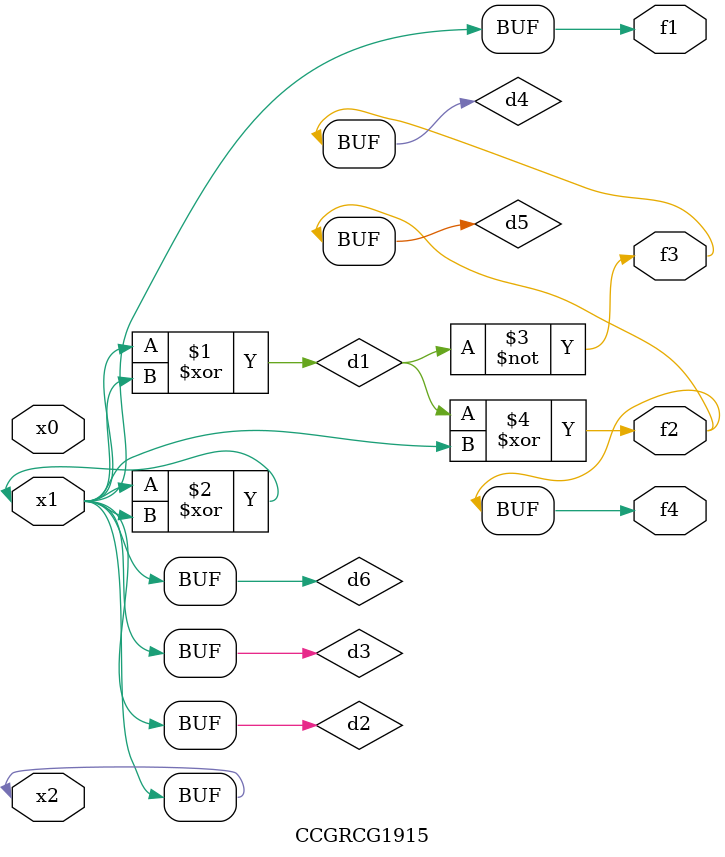
<source format=v>
module CCGRCG1915(
	input x0, x1, x2,
	output f1, f2, f3, f4
);

	wire d1, d2, d3, d4, d5, d6;

	xor (d1, x1, x2);
	buf (d2, x1, x2);
	xor (d3, x1, x2);
	nor (d4, d1);
	xor (d5, d1, d2);
	buf (d6, d2, d3);
	assign f1 = d6;
	assign f2 = d5;
	assign f3 = d4;
	assign f4 = d5;
endmodule

</source>
